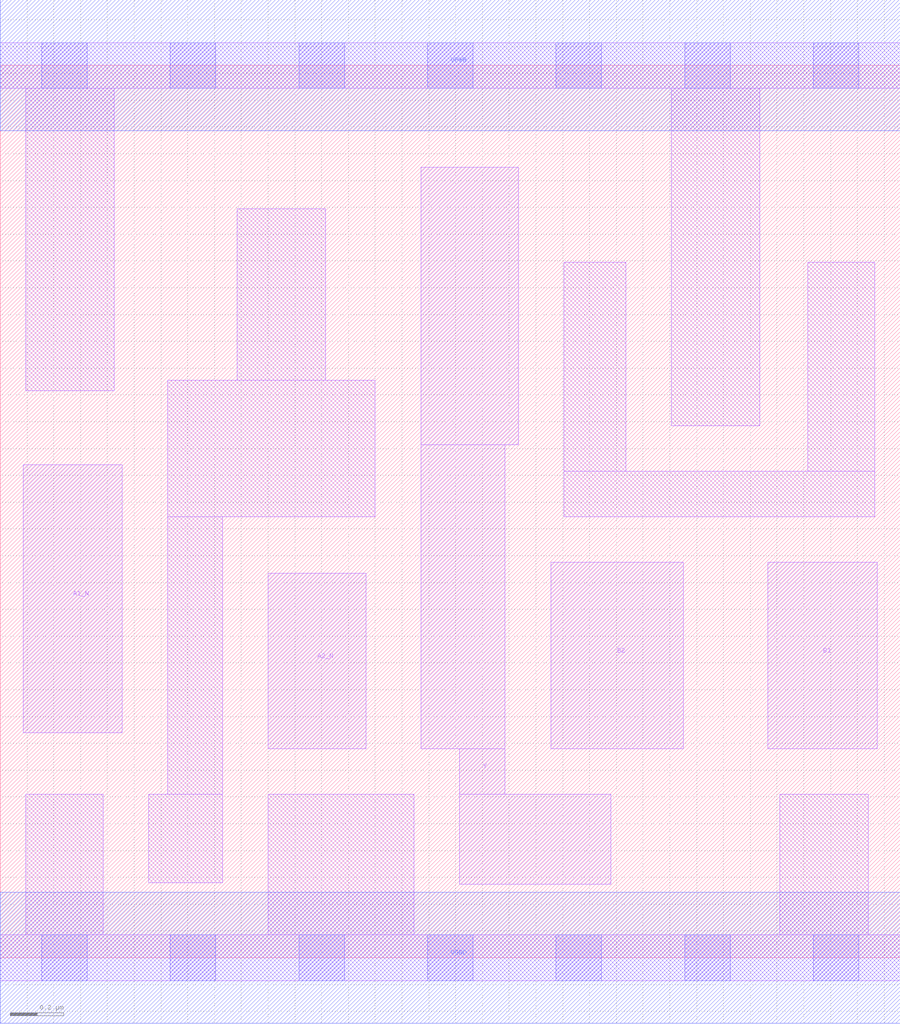
<source format=lef>
# Copyright 2020 The SkyWater PDK Authors
#
# Licensed under the Apache License, Version 2.0 (the "License");
# you may not use this file except in compliance with the License.
# You may obtain a copy of the License at
#
#     https://www.apache.org/licenses/LICENSE-2.0
#
# Unless required by applicable law or agreed to in writing, software
# distributed under the License is distributed on an "AS IS" BASIS,
# WITHOUT WARRANTIES OR CONDITIONS OF ANY KIND, either express or implied.
# See the License for the specific language governing permissions and
# limitations under the License.
#
# SPDX-License-Identifier: Apache-2.0

VERSION 5.7 ;
  NAMESCASESENSITIVE ON ;
  NOWIREEXTENSIONATPIN ON ;
  DIVIDERCHAR "/" ;
  BUSBITCHARS "[]" ;
UNITS
  DATABASE MICRONS 200 ;
END UNITS
MACRO sky130_fd_sc_lp__a2bb2oi_0
  CLASS CORE ;
  FOREIGN sky130_fd_sc_lp__a2bb2oi_0 ;
  ORIGIN  0.000000  0.000000 ;
  SIZE  3.360000 BY  3.330000 ;
  SYMMETRY X Y R90 ;
  SITE unit ;
  PIN A1_N
    ANTENNAGATEAREA  0.159000 ;
    DIRECTION INPUT ;
    USE SIGNAL ;
    PORT
      LAYER li1 ;
        RECT 0.085000 0.840000 0.455000 1.840000 ;
    END
  END A1_N
  PIN A2_N
    ANTENNAGATEAREA  0.159000 ;
    DIRECTION INPUT ;
    USE SIGNAL ;
    PORT
      LAYER li1 ;
        RECT 1.000000 0.780000 1.365000 1.435000 ;
    END
  END A2_N
  PIN B1
    ANTENNAGATEAREA  0.159000 ;
    DIRECTION INPUT ;
    USE SIGNAL ;
    PORT
      LAYER li1 ;
        RECT 2.865000 0.780000 3.275000 1.475000 ;
    END
  END B1
  PIN B2
    ANTENNAGATEAREA  0.159000 ;
    DIRECTION INPUT ;
    USE SIGNAL ;
    PORT
      LAYER li1 ;
        RECT 2.055000 0.780000 2.550000 1.475000 ;
    END
  END B2
  PIN Y
    ANTENNADIFFAREA  0.287200 ;
    DIRECTION OUTPUT ;
    USE SIGNAL ;
    PORT
      LAYER li1 ;
        RECT 1.570000 0.780000 1.885000 1.915000 ;
        RECT 1.570000 1.915000 1.935000 2.950000 ;
        RECT 1.715000 0.275000 2.280000 0.610000 ;
        RECT 1.715000 0.610000 1.885000 0.780000 ;
    END
  END Y
  PIN VGND
    DIRECTION INOUT ;
    USE GROUND ;
    PORT
      LAYER met1 ;
        RECT 0.000000 -0.245000 3.360000 0.245000 ;
    END
  END VGND
  PIN VPWR
    DIRECTION INOUT ;
    USE POWER ;
    PORT
      LAYER met1 ;
        RECT 0.000000 3.085000 3.360000 3.575000 ;
    END
  END VPWR
  OBS
    LAYER li1 ;
      RECT 0.000000 -0.085000 3.360000 0.085000 ;
      RECT 0.000000  3.245000 3.360000 3.415000 ;
      RECT 0.095000  0.085000 0.385000 0.610000 ;
      RECT 0.095000  2.115000 0.425000 3.245000 ;
      RECT 0.555000  0.280000 0.830000 0.610000 ;
      RECT 0.625000  0.610000 0.830000 1.645000 ;
      RECT 0.625000  1.645000 1.400000 2.155000 ;
      RECT 0.885000  2.155000 1.215000 2.795000 ;
      RECT 1.000000  0.085000 1.545000 0.610000 ;
      RECT 2.105000  1.645000 3.265000 1.815000 ;
      RECT 2.105000  1.815000 2.335000 2.595000 ;
      RECT 2.505000  1.985000 2.835000 3.245000 ;
      RECT 2.910000  0.085000 3.240000 0.610000 ;
      RECT 3.015000  1.815000 3.265000 2.595000 ;
    LAYER mcon ;
      RECT 0.155000 -0.085000 0.325000 0.085000 ;
      RECT 0.155000  3.245000 0.325000 3.415000 ;
      RECT 0.635000 -0.085000 0.805000 0.085000 ;
      RECT 0.635000  3.245000 0.805000 3.415000 ;
      RECT 1.115000 -0.085000 1.285000 0.085000 ;
      RECT 1.115000  3.245000 1.285000 3.415000 ;
      RECT 1.595000 -0.085000 1.765000 0.085000 ;
      RECT 1.595000  3.245000 1.765000 3.415000 ;
      RECT 2.075000 -0.085000 2.245000 0.085000 ;
      RECT 2.075000  3.245000 2.245000 3.415000 ;
      RECT 2.555000 -0.085000 2.725000 0.085000 ;
      RECT 2.555000  3.245000 2.725000 3.415000 ;
      RECT 3.035000 -0.085000 3.205000 0.085000 ;
      RECT 3.035000  3.245000 3.205000 3.415000 ;
  END
END sky130_fd_sc_lp__a2bb2oi_0
END LIBRARY

</source>
